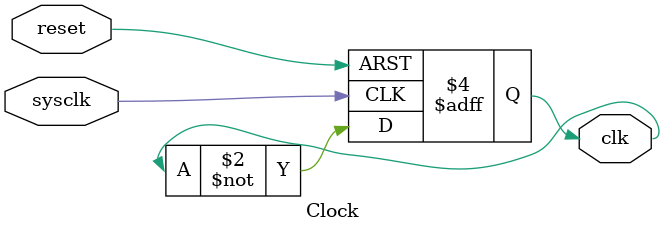
<source format=v>
`timescale 1ns/1ps

module Clock (sysclk, reset, clk);
    input sysclk;
    input reset;
    output reg clk;

    // parameter number = 2'b10;

    always @(posedge reset or posedge sysclk) 
    begin
        if (reset)
            clk <= 1'b0;
        else 
            clk <= ~clk;
    end

    initial 
    begin
        clk = 1'b0;
    end
endmodule
</source>
